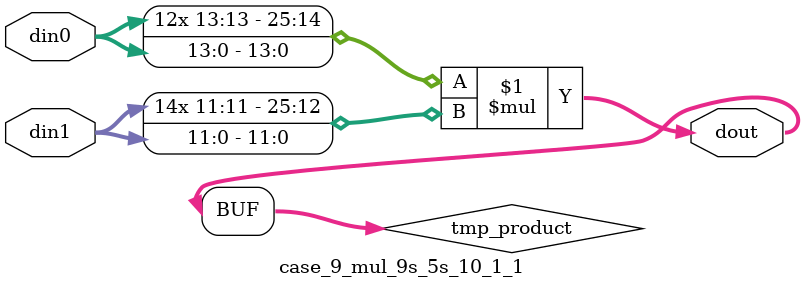
<source format=v>

`timescale 1 ns / 1 ps

 module case_9_mul_9s_5s_10_1_1(din0, din1, dout);
parameter ID = 1;
parameter NUM_STAGE = 0;
parameter din0_WIDTH = 14;
parameter din1_WIDTH = 12;
parameter dout_WIDTH = 26;

input [din0_WIDTH - 1 : 0] din0; 
input [din1_WIDTH - 1 : 0] din1; 
output [dout_WIDTH - 1 : 0] dout;

wire signed [dout_WIDTH - 1 : 0] tmp_product;



























assign tmp_product = $signed(din0) * $signed(din1);








assign dout = tmp_product;





















endmodule

</source>
